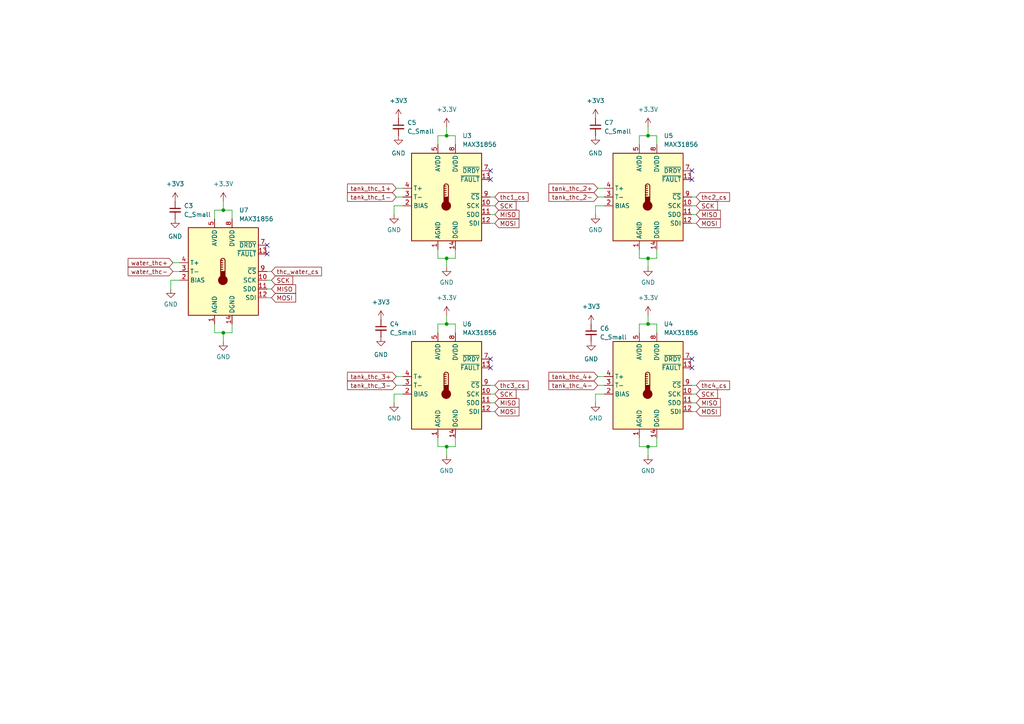
<source format=kicad_sch>
(kicad_sch (version 20211123) (generator eeschema)
  (paper "A4")
  (lib_symbols
    (symbol "+3.3V_1" (power) (pin_names (offset 0))
      (property "Value" "+3.3V_1" (at 0 3.556 0))
      (symbol "+3.3V_1_0_1"
        (polyline (pts (xy -0.762 1.27) (xy 0 2.54)))
        (polyline (pts (xy 0 0) (xy 0 2.54)))
        (polyline (pts (xy 0 2.54) (xy 0.762 1.27)))
      )
      (symbol "+3.3V_1_1_1"
        (pin power_in line (at 0 0 90) (length 0) hide (name "+3.3V") (number "1"))
      )
    )
    (symbol "+3V3_1" (power) (pin_names (offset 0))
      (property "Value" "+3V3_1" (at 0 3.556 0))
      (symbol "+3V3_1_0_1"
        (polyline (pts (xy -0.762 1.27) (xy 0 2.54)))
        (polyline (pts (xy 0 0) (xy 0 2.54)))
        (polyline (pts (xy 0 2.54) (xy 0.762 1.27)))
      )
      (symbol "+3V3_1_1_1"
        (pin power_in line (at 0 0 90) (length 0) hide (name "+3V3") (number "1"))
      )
    )
    (symbol "Device:C_Small" (pin_numbers hide) (pin_names (offset 0.254) hide)
      (property "Reference" "C" (at 0.254 1.778 0))
      (property "Value" "C_Small" (at 0.254 -2.032 0))
      (symbol "C_Small_0_1"
        (polyline (pts (xy -1.524 -0.508) (xy 1.524 -0.508)) (stroke (width 0.3302)))
        (polyline (pts (xy -1.524 0.508) (xy 1.524 0.508)) (stroke (width 0.3048)))
      )
      (symbol "C_Small_1_1"
        (pin passive line (at 0 2.54 270) (length 2.032) (name "~") (number "1"))
        (pin passive line (at 0 -2.54 90) (length 2.032) (name "~") (number "2"))
      )
    )
    (symbol "GND_1" (power) (pin_names (offset 0))
      (property "Value" "GND_1" (at 0 -3.81 0))
      (symbol "GND_1_0_1"
        (polyline (pts (xy 0 0) (xy 0 -1.27) (xy 1.27 -1.27) (xy 0 -2.54) (xy -1.27 -1.27) (xy 0 -1.27)))
      )
      (symbol "GND_1_1_1"
        (pin power_in line (at 0 0 270) (length 0) hide (name "GND") (number "1"))
      )
    )
    (symbol "Sensor_Temperature:MAX31856"
      (property "Reference" "U" (at -7.62 13.97 0))
      (property "Value" "MAX31856" (at 13.97 13.97 0))
      (symbol "MAX31856_0_1"
        (rectangle (start -10.16 12.7) (end 10.16 -12.7) (stroke (width 0.254)) (fill (type background)))
        (circle (center -0.127 -2.54) (radius 1.27) (stroke (width 0.254)) (fill (type outline)))
        (polyline (pts (xy -0.762 0.635) (xy -0.127 0.635)) (stroke (width 0.254)))
        (polyline (pts (xy -0.762 1.27) (xy -0.127 1.27)) (stroke (width 0.254)))
        (polyline (pts (xy -0.762 1.905) (xy -0.127 1.905)) (stroke (width 0.254)))
        (polyline (pts (xy -0.762 2.54) (xy -0.127 2.54)) (stroke (width 0.254)))
        (polyline (pts (xy -0.762 3.175) (xy -0.762 0)) (stroke (width 0.254)))
        (polyline (pts (xy -0.762 3.175) (xy -0.127 3.175)) (stroke (width 0.254)))
        (polyline (pts (xy 0.508 3.175) (xy 0.508 0)) (stroke (width 0.254)))
        (rectangle (start 0.508 -1.905) (end -0.762 0) (stroke (width 0.254)) (fill (type outline)))
        (arc (start 0.508 3.175) (mid -0.127 3.81) (end -0.762 3.175) (stroke (width 0.254)))
      )
      (symbol "MAX31856_1_1"
        (pin power_in line (at -2.54 -15.24 90) (length 2.54) (name "AGND") (number "1"))
        (pin input line (at 12.7 -2.54 180) (length 2.54) (name "SCK") (number "10"))
        (pin output line (at 12.7 -5.08 180) (length 2.54) (name "SDO") (number "11"))
        (pin input line (at 12.7 -7.62 180) (length 2.54) (name "SDI") (number "12"))
        (pin output line (at 12.7 5.08 180) (length 2.54) (name "~{FAULT}") (number "13"))
        (pin power_in line (at 2.54 -15.24 90) (length 2.54) (name "DGND") (number "14"))
        (pin input line (at -12.7 -2.54 0) (length 2.54) (name "BIAS") (number "2"))
        (pin input line (at -12.7 0 0) (length 2.54) (name "T-") (number "3"))
        (pin input line (at -12.7 2.54 0) (length 2.54) (name "T+") (number "4"))
        (pin power_in line (at -2.54 15.24 270) (length 2.54) (name "AVDD") (number "5"))
        (pin no_connect line (at -10.16 -7.62 0) (length 2.54) hide (name "DNC") (number "6"))
        (pin output line (at 12.7 7.62 180) (length 2.54) (name "~{DRDY}") (number "7"))
        (pin power_in line (at 2.54 15.24 270) (length 2.54) (name "DVDD") (number "8"))
        (pin input line (at 12.7 0 180) (length 2.54) (name "~{CS}") (number "9"))
      )
    )
    (symbol "power:GND" (power) (pin_names (offset 0))
      (property "Value" "GND" (at 0 -3.81 0))
      (symbol "GND_0_1"
        (polyline (pts (xy 0 0) (xy 0 -1.27) (xy 1.27 -1.27) (xy 0 -2.54) (xy -1.27 -1.27) (xy 0 -1.27)))
      )
      (symbol "GND_1_1"
        (pin power_in line (at 0 0 270) (length 0) hide (name "GND") (number "1"))
      )
    )
  )
  (junction (at 64.77 96.52))
  (junction (at 187.96 93.98))
  (junction (at 129.54 129.54))
  (junction (at 187.96 74.93))
  (junction (at 129.54 74.93))
  (junction (at 187.96 129.54))
  (junction (at 187.96 39.37))
  (junction (at 129.54 39.37))
  (junction (at 64.77 60.96))
  (junction (at 129.54 93.98))
  (no_connect (at 142.24 49.53))
  (no_connect (at 142.24 52.07))
  (no_connect (at 77.47 73.66))
  (no_connect (at 200.66 106.68))
  (no_connect (at 200.66 52.07))
  (no_connect (at 77.47 71.12))
  (no_connect (at 200.66 49.53))
  (no_connect (at 142.24 104.14))
  (no_connect (at 200.66 104.14))
  (no_connect (at 142.24 106.68))
  (wire (pts (xy 114.935 109.22) (xy 116.84 109.22)))
  (wire (pts (xy 142.24 114.3) (xy 143.51 114.3)))
  (wire (pts (xy 187.96 39.37) (xy 190.5 39.37)))
  (wire (pts (xy 67.31 96.52) (xy 67.31 93.98)))
  (wire (pts (xy 127 41.91) (xy 127 39.37)))
  (wire (pts (xy 114.935 54.61) (xy 116.84 54.61)))
  (wire (pts (xy 185.42 41.91) (xy 185.42 39.37)))
  (wire (pts (xy 77.47 83.82) (xy 78.74 83.82)))
  (wire (pts (xy 116.84 114.3) (xy 114.3 114.3)))
  (wire (pts (xy 132.08 93.98) (xy 132.08 96.52)))
  (wire (pts (xy 187.96 74.93) (xy 190.5 74.93)))
  (wire (pts (xy 77.47 86.36) (xy 78.74 86.36)))
  (wire (pts (xy 129.54 93.98) (xy 132.08 93.98)))
  (wire (pts (xy 129.54 39.37) (xy 132.08 39.37)))
  (wire (pts (xy 77.47 81.28) (xy 78.74 81.28)))
  (wire (pts (xy 62.23 63.5) (xy 62.23 60.96)))
  (wire (pts (xy 50.165 78.74) (xy 52.07 78.74)))
  (wire (pts (xy 187.96 93.98) (xy 190.5 93.98)))
  (wire (pts (xy 187.96 129.54) (xy 190.5 129.54)))
  (wire (pts (xy 187.96 129.54) (xy 187.96 132.08)))
  (wire (pts (xy 173.355 111.76) (xy 175.26 111.76)))
  (wire (pts (xy 185.42 129.54) (xy 187.96 129.54)))
  (wire (pts (xy 114.3 114.3) (xy 114.3 116.84)))
  (wire (pts (xy 52.07 81.28) (xy 49.53 81.28)))
  (wire (pts (xy 142.24 116.84) (xy 143.51 116.84)))
  (wire (pts (xy 129.54 129.54) (xy 132.08 129.54)))
  (wire (pts (xy 62.23 93.98) (xy 62.23 96.52)))
  (wire (pts (xy 190.5 39.37) (xy 190.5 41.91)))
  (wire (pts (xy 64.77 60.96) (xy 67.31 60.96)))
  (wire (pts (xy 175.26 59.69) (xy 172.72 59.69)))
  (wire (pts (xy 142.24 64.77) (xy 143.51 64.77)))
  (wire (pts (xy 132.08 74.93) (xy 132.08 72.39)))
  (wire (pts (xy 200.66 111.76) (xy 201.93 111.76)))
  (wire (pts (xy 50.165 76.2) (xy 52.07 76.2)))
  (wire (pts (xy 190.5 129.54) (xy 190.5 127)))
  (wire (pts (xy 127 74.93) (xy 129.54 74.93)))
  (wire (pts (xy 173.355 54.61) (xy 175.26 54.61)))
  (wire (pts (xy 114.935 111.76) (xy 116.84 111.76)))
  (wire (pts (xy 129.54 129.54) (xy 129.54 132.08)))
  (wire (pts (xy 127 129.54) (xy 129.54 129.54)))
  (wire (pts (xy 129.54 74.93) (xy 132.08 74.93)))
  (wire (pts (xy 200.66 114.3) (xy 201.93 114.3)))
  (wire (pts (xy 200.66 62.23) (xy 201.93 62.23)))
  (wire (pts (xy 64.77 96.52) (xy 67.31 96.52)))
  (wire (pts (xy 142.24 119.38) (xy 143.51 119.38)))
  (wire (pts (xy 190.5 93.98) (xy 190.5 96.52)))
  (wire (pts (xy 129.54 36.83) (xy 129.54 39.37)))
  (wire (pts (xy 132.08 39.37) (xy 132.08 41.91)))
  (wire (pts (xy 185.42 39.37) (xy 187.96 39.37)))
  (wire (pts (xy 77.47 78.74) (xy 78.74 78.74)))
  (wire (pts (xy 127 93.98) (xy 129.54 93.98)))
  (wire (pts (xy 185.42 74.93) (xy 187.96 74.93)))
  (wire (pts (xy 142.24 59.69) (xy 143.51 59.69)))
  (wire (pts (xy 129.54 91.44) (xy 129.54 93.98)))
  (wire (pts (xy 200.66 57.15) (xy 201.93 57.15)))
  (wire (pts (xy 64.77 58.42) (xy 64.77 60.96)))
  (wire (pts (xy 173.355 57.15) (xy 175.26 57.15)))
  (wire (pts (xy 172.72 114.3) (xy 172.72 116.84)))
  (wire (pts (xy 200.66 59.69) (xy 201.93 59.69)))
  (wire (pts (xy 64.77 96.52) (xy 64.77 99.06)))
  (wire (pts (xy 142.24 62.23) (xy 143.51 62.23)))
  (wire (pts (xy 49.53 81.28) (xy 49.53 83.82)))
  (wire (pts (xy 185.42 93.98) (xy 187.96 93.98)))
  (wire (pts (xy 173.355 109.22) (xy 175.26 109.22)))
  (wire (pts (xy 114.3 59.69) (xy 114.3 62.23)))
  (wire (pts (xy 185.42 127) (xy 185.42 129.54)))
  (wire (pts (xy 200.66 119.38) (xy 201.93 119.38)))
  (wire (pts (xy 127 39.37) (xy 129.54 39.37)))
  (wire (pts (xy 62.23 60.96) (xy 64.77 60.96)))
  (wire (pts (xy 127 127) (xy 127 129.54)))
  (wire (pts (xy 116.84 59.69) (xy 114.3 59.69)))
  (wire (pts (xy 62.23 96.52) (xy 64.77 96.52)))
  (wire (pts (xy 172.72 59.69) (xy 172.72 62.23)))
  (wire (pts (xy 132.08 129.54) (xy 132.08 127)))
  (wire (pts (xy 187.96 91.44) (xy 187.96 93.98)))
  (wire (pts (xy 200.66 116.84) (xy 201.93 116.84)))
  (wire (pts (xy 67.31 60.96) (xy 67.31 63.5)))
  (wire (pts (xy 114.935 57.15) (xy 116.84 57.15)))
  (wire (pts (xy 185.42 72.39) (xy 185.42 74.93)))
  (wire (pts (xy 185.42 96.52) (xy 185.42 93.98)))
  (wire (pts (xy 190.5 74.93) (xy 190.5 72.39)))
  (wire (pts (xy 142.24 57.15) (xy 143.51 57.15)))
  (wire (pts (xy 127 96.52) (xy 127 93.98)))
  (wire (pts (xy 142.24 111.76) (xy 143.51 111.76)))
  (wire (pts (xy 187.96 74.93) (xy 187.96 77.47)))
  (wire (pts (xy 175.26 114.3) (xy 172.72 114.3)))
  (wire (pts (xy 200.66 64.77) (xy 201.93 64.77)))
  (wire (pts (xy 127 72.39) (xy 127 74.93)))
  (wire (pts (xy 129.54 74.93) (xy 129.54 77.47)))
  (wire (pts (xy 187.96 36.83) (xy 187.96 39.37)))
  (global_label "MOSI" (shape input) (at 201.93 119.38 0) (property "Intersheet References" "${INTERSHEET_REFS}" (effects hide)))
  (global_label "tank_thc_2-" (shape input) (at 173.355 57.15 180) (property "Intersheet References" "${INTERSHEET_REFS}" (effects hide)))
  (global_label "SCK" (shape input) (at 143.51 114.3 0) (property "Intersheet References" "${INTERSHEET_REFS}" (effects hide)))
  (global_label "thc2_cs" (shape input) (at 201.93 57.15 0) (property "Intersheet References" "${INTERSHEET_REFS}" (effects hide)))
  (global_label "tank_thc_3+" (shape input) (at 114.935 109.22 180) (property "Intersheet References" "${INTERSHEET_REFS}" (effects hide)))
  (global_label "water_thc-" (shape input) (at 50.165 78.74 180) (property "Intersheet References" "${INTERSHEET_REFS}" (effects hide)))
  (global_label "SCK" (shape input) (at 143.51 59.69 0) (property "Intersheet References" "${INTERSHEET_REFS}" (effects hide)))
  (global_label "SCK" (shape input) (at 201.93 59.69 0) (property "Intersheet References" "${INTERSHEET_REFS}" (effects hide)))
  (global_label "MISO" (shape input) (at 143.51 116.84 0) (property "Intersheet References" "${INTERSHEET_REFS}" (effects hide)))
  (global_label "tank_thc_4-" (shape input) (at 173.355 111.76 180) (property "Intersheet References" "${INTERSHEET_REFS}" (effects hide)))
  (global_label "tank_thc_4+" (shape input) (at 173.355 109.22 180) (property "Intersheet References" "${INTERSHEET_REFS}" (effects hide)))
  (global_label "MOSI" (shape input) (at 78.74 86.36 0) (property "Intersheet References" "${INTERSHEET_REFS}" (effects hide)))
  (global_label "SCK" (shape input) (at 78.74 81.28 0) (property "Intersheet References" "${INTERSHEET_REFS}" (effects hide)))
  (global_label "tank_thc_1-" (shape input) (at 114.935 57.15 180) (property "Intersheet References" "${INTERSHEET_REFS}" (effects hide)))
  (global_label "tank_thc_1+" (shape input) (at 114.935 54.61 180) (property "Intersheet References" "${INTERSHEET_REFS}" (effects hide)))
  (global_label "tank_thc_3-" (shape input) (at 114.935 111.76 180) (property "Intersheet References" "${INTERSHEET_REFS}" (effects hide)))
  (global_label "tank_thc_2+" (shape input) (at 173.355 54.61 180) (property "Intersheet References" "${INTERSHEET_REFS}" (effects hide)))
  (global_label "SCK" (shape input) (at 201.93 114.3 0) (property "Intersheet References" "${INTERSHEET_REFS}" (effects hide)))
  (global_label "MOSI" (shape input) (at 201.93 64.77 0) (property "Intersheet References" "${INTERSHEET_REFS}" (effects hide)))
  (global_label "thc4_cs" (shape input) (at 201.93 111.76 0) (property "Intersheet References" "${INTERSHEET_REFS}" (effects hide)))
  (global_label "thc_water_cs" (shape input) (at 78.74 78.74 0) (property "Intersheet References" "${INTERSHEET_REFS}" (effects hide)))
  (global_label "MISO" (shape input) (at 201.93 62.23 0) (property "Intersheet References" "${INTERSHEET_REFS}" (effects hide)))
  (global_label "MISO" (shape input) (at 143.51 62.23 0) (property "Intersheet References" "${INTERSHEET_REFS}" (effects hide)))
  (global_label "water_thc+" (shape input) (at 50.165 76.2 180) (property "Intersheet References" "${INTERSHEET_REFS}" (effects hide)))
  (global_label "MOSI" (shape input) (at 143.51 64.77 0) (property "Intersheet References" "${INTERSHEET_REFS}" (effects hide)))
  (global_label "MISO" (shape input) (at 201.93 116.84 0) (property "Intersheet References" "${INTERSHEET_REFS}" (effects hide)))
  (global_label "MOSI" (shape input) (at 143.51 119.38 0) (property "Intersheet References" "${INTERSHEET_REFS}" (effects hide)))
  (global_label "thc1_cs" (shape input) (at 143.51 57.15 0) (property "Intersheet References" "${INTERSHEET_REFS}" (effects hide)))
  (global_label "thc3_cs" (shape input) (at 143.51 111.76 0) (property "Intersheet References" "${INTERSHEET_REFS}" (effects hide)))
  (global_label "MISO" (shape input) (at 78.74 83.82 0) (property "Intersheet References" "${INTERSHEET_REFS}" (effects hide)))
  (symbol (lib_name "GND_1") (lib_id "power:GND") (at 171.45 99.06 0) (unit 1)
    (property "Reference" "#PWR0122" (effects hide))
    (property "Value" "GND" (at 171.45 104.14 0))
  )
  (symbol (lib_id "power:GND") (at 114.3 116.84 0) (unit 1)
    (property "Reference" "#PWR0129" (effects hide))
    (property "Value" "GND" (at 114.3 121.2834 0))
  )
  (symbol (lib_id "Sensor_Temperature:MAX31856") (at 187.96 57.15 0) (unit 1)
    (property "Reference" "U5" (at 192.5194 39.37 0) (effects (justify left)))
    (property "Value" "MAX31856" (at 192.5194 41.91 0) (effects (justify left)))
    (property "Footprint" "Package_SO:TSSOP-14_4.4x5mm_P0.65mm" (effects hide))
    (property "Datasheet" "https://datasheets.maximintegrated.com/en/ds/MAX31856.pdf" (effects hide))
  )
  (symbol (lib_name "+3V3_1") (lib_id "power:+3V3") (at 172.72 34.29 0) (unit 1)
    (property "Reference" "#PWR0108" (effects hide))
    (property "Value" "+3V3" (at 172.72 29.21 0))
  )
  (symbol (lib_name "+3.3V_1") (lib_id "power:+3.3V") (at 187.96 36.83 0) (unit 1)
    (property "Reference" "#PWR0107" (effects hide))
    (property "Value" "+3.3V" (at 187.96 31.75 0))
  )
  (symbol (lib_id "Device:C_Small") (at 171.45 96.52 0) (unit 1)
    (property "Reference" "C6" (at 173.99 95.2562 0) (effects (justify left)))
    (property "Value" "C_Small" (at 173.99 97.7962 0) (effects (justify left)))
    (property "Footprint" "Capacitor_SMD:C_0805_2012Metric" (effects hide))
  )
  (symbol (lib_name "+3.3V_1") (lib_id "power:+3.3V") (at 129.54 36.83 0) (unit 1)
    (property "Reference" "#PWR0101" (effects hide))
    (property "Value" "+3.3V" (at 129.54 31.75 0))
  )
  (symbol (lib_name "GND_1") (lib_id "power:GND") (at 110.49 97.79 0) (unit 1)
    (property "Reference" "#PWR0130" (effects hide))
    (property "Value" "GND" (at 110.49 102.87 0))
  )
  (symbol (lib_id "Device:C_Small") (at 115.57 36.83 0) (unit 1)
    (property "Reference" "C5" (at 118.11 35.5662 0) (effects (justify left)))
    (property "Value" "C_Small" (at 118.11 38.1062 0) (effects (justify left)))
    (property "Footprint" "Capacitor_SMD:C_0805_2012Metric" (effects hide))
  )
  (symbol (lib_id "Device:C_Small") (at 110.49 95.25 0) (unit 1)
    (property "Reference" "C4" (at 113.03 93.9862 0) (effects (justify left)))
    (property "Value" "C_Small" (at 113.03 96.5262 0) (effects (justify left)))
    (property "Footprint" "Capacitor_SMD:C_0805_2012Metric" (effects hide))
  )
  (symbol (lib_name "+3.3V_1") (lib_id "power:+3.3V") (at 64.77 58.42 0) (unit 1)
    (property "Reference" "#PWR0111" (effects hide))
    (property "Value" "+3.3V" (at 64.77 53.34 0))
  )
  (symbol (lib_id "power:GND") (at 114.3 62.23 0) (unit 1)
    (property "Reference" "#PWR0102" (effects hide))
    (property "Value" "GND" (at 114.3 66.6734 0))
  )
  (symbol (lib_id "power:GND") (at 49.53 83.82 0) (unit 1)
    (property "Reference" "#PWR0110" (effects hide))
    (property "Value" "GND" (at 49.53 88.2634 0))
  )
  (symbol (lib_name "GND_1") (lib_id "power:GND") (at 115.57 39.37 0) (unit 1)
    (property "Reference" "#PWR0104" (effects hide))
    (property "Value" "GND" (at 115.57 44.45 0))
  )
  (symbol (lib_id "Device:C_Small") (at 50.8 60.96 0) (unit 1)
    (property "Reference" "C3" (at 53.34 59.6962 0) (effects (justify left)))
    (property "Value" "C_Small" (at 53.34 62.2362 0) (effects (justify left)))
    (property "Footprint" "Capacitor_SMD:C_0805_2012Metric" (effects hide))
  )
  (symbol (lib_id "Sensor_Temperature:MAX31856") (at 187.96 111.76 0) (unit 1)
    (property "Reference" "U4" (at 192.5194 93.98 0) (effects (justify left)))
    (property "Value" "MAX31856" (at 192.5194 96.52 0) (effects (justify left)))
    (property "Footprint" "Package_SO:TSSOP-14_4.4x5mm_P0.65mm" (effects hide))
    (property "Datasheet" "https://datasheets.maximintegrated.com/en/ds/MAX31856.pdf" (effects hide))
  )
  (symbol (lib_name "+3.3V_1") (lib_id "power:+3.3V") (at 187.96 91.44 0) (unit 1)
    (property "Reference" "#PWR0123" (effects hide))
    (property "Value" "+3.3V" (at 187.96 86.36 0))
  )
  (symbol (lib_id "power:GND") (at 129.54 77.47 0) (unit 1)
    (property "Reference" "#PWR0126" (effects hide))
    (property "Value" "GND" (at 129.54 81.9134 0))
  )
  (symbol (lib_id "power:GND") (at 64.77 99.06 0) (unit 1)
    (property "Reference" "#PWR0112" (effects hide))
    (property "Value" "GND" (at 64.77 103.5034 0))
  )
  (symbol (lib_id "power:GND") (at 187.96 77.47 0) (unit 1)
    (property "Reference" "#PWR0106" (effects hide))
    (property "Value" "GND" (at 187.96 81.9134 0))
  )
  (symbol (lib_name "+3.3V_1") (lib_id "power:+3.3V") (at 129.54 91.44 0) (unit 1)
    (property "Reference" "#PWR0128" (effects hide))
    (property "Value" "+3.3V" (at 129.54 86.36 0))
  )
  (symbol (lib_id "power:GND") (at 172.72 116.84 0) (unit 1)
    (property "Reference" "#PWR0116" (effects hide))
    (property "Value" "GND" (at 172.72 121.2834 0))
  )
  (symbol (lib_id "power:GND") (at 172.72 62.23 0) (unit 1)
    (property "Reference" "#PWR0105" (effects hide))
    (property "Value" "GND" (at 172.72 66.6734 0))
  )
  (symbol (lib_name "GND_1") (lib_id "power:GND") (at 50.8 63.5 0) (unit 1)
    (property "Reference" "#PWR0113" (effects hide))
    (property "Value" "GND" (at 50.8 68.58 0))
  )
  (symbol (lib_id "Sensor_Temperature:MAX31856") (at 64.77 78.74 0) (unit 1)
    (property "Reference" "U7" (at 69.3294 60.96 0) (effects (justify left)))
    (property "Value" "MAX31856" (at 69.3294 63.5 0) (effects (justify left)))
    (property "Footprint" "Package_SO:TSSOP-14_4.4x5mm_P0.65mm" (effects hide))
    (property "Datasheet" "https://datasheets.maximintegrated.com/en/ds/MAX31856.pdf" (effects hide))
  )
  (symbol (lib_id "Device:C_Small") (at 172.72 36.83 0) (unit 1)
    (property "Reference" "C7" (at 175.26 35.5662 0) (effects (justify left)))
    (property "Value" "C_Small" (at 175.26 38.1062 0) (effects (justify left)))
    (property "Footprint" "Capacitor_SMD:C_0805_2012Metric" (effects hide))
  )
  (symbol (lib_id "Sensor_Temperature:MAX31856") (at 129.54 57.15 0) (unit 1)
    (property "Reference" "U3" (at 134.0994 39.37 0) (effects (justify left)))
    (property "Value" "MAX31856" (at 134.0994 41.91 0) (effects (justify left)))
    (property "Footprint" "Package_SO:TSSOP-14_4.4x5mm_P0.65mm" (effects hide))
    (property "Datasheet" "https://datasheets.maximintegrated.com/en/ds/MAX31856.pdf" (effects hide))
  )
  (symbol (lib_name "+3V3_1") (lib_id "power:+3V3") (at 171.45 93.98 0) (unit 1)
    (property "Reference" "#PWR0124" (effects hide))
    (property "Value" "+3V3" (at 171.45 88.9 0))
  )
  (symbol (lib_name "+3V3_1") (lib_id "power:+3V3") (at 50.8 58.42 0) (unit 1)
    (property "Reference" "#PWR0114" (effects hide))
    (property "Value" "+3V3" (at 50.8 53.34 0))
  )
  (symbol (lib_name "GND_1") (lib_id "power:GND") (at 172.72 39.37 0) (unit 1)
    (property "Reference" "#PWR0109" (effects hide))
    (property "Value" "GND" (at 172.72 44.45 0))
  )
  (symbol (lib_id "Sensor_Temperature:MAX31856") (at 129.54 111.76 0) (unit 1)
    (property "Reference" "U6" (at 134.0994 93.98 0) (effects (justify left)))
    (property "Value" "MAX31856" (at 134.0994 96.52 0) (effects (justify left)))
    (property "Footprint" "Package_SO:TSSOP-14_4.4x5mm_P0.65mm" (effects hide))
    (property "Datasheet" "https://datasheets.maximintegrated.com/en/ds/MAX31856.pdf" (effects hide))
  )
  (symbol (lib_name "+3V3_1") (lib_id "power:+3V3") (at 115.57 34.29 0) (unit 1)
    (property "Reference" "#PWR0103" (effects hide))
    (property "Value" "+3V3" (at 115.57 29.21 0))
  )
  (symbol (lib_id "power:GND") (at 187.96 132.08 0) (unit 1)
    (property "Reference" "#PWR0125" (effects hide))
    (property "Value" "GND" (at 187.96 136.5234 0))
  )
  (symbol (lib_name "+3V3_1") (lib_id "power:+3V3") (at 110.49 92.71 0) (unit 1)
    (property "Reference" "#PWR0127" (effects hide))
    (property "Value" "+3V3" (at 110.49 87.63 0))
  )
  (symbol (lib_id "power:GND") (at 129.54 132.08 0) (unit 1)
    (property "Reference" "#PWR0131" (effects hide))
    (property "Value" "GND" (at 129.54 136.5234 0))
  )
)
</source>
